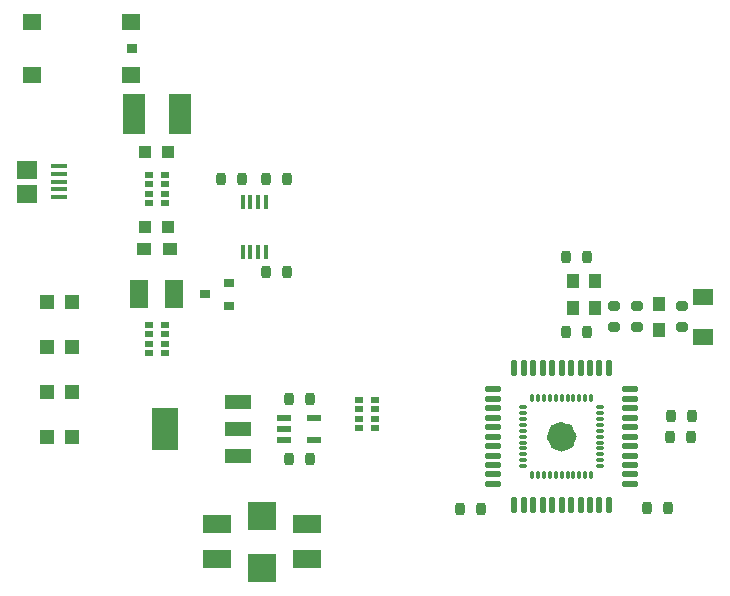
<source format=gbr>
%TF.GenerationSoftware,KiCad,Pcbnew,(6.0.10-0)*%
%TF.CreationDate,2023-01-08T15:47:47+01:00*%
%TF.ProjectId,Leonardo_Rev3d,4c656f6e-6172-4646-9f5f-52657633642e,3d*%
%TF.SameCoordinates,Original*%
%TF.FileFunction,Paste,Top*%
%TF.FilePolarity,Positive*%
%FSLAX46Y46*%
G04 Gerber Fmt 4.6, Leading zero omitted, Abs format (unit mm)*
G04 Created by KiCad (PCBNEW (6.0.10-0)) date 2023-01-08 15:47:47*
%MOMM*%
%LPD*%
G01*
G04 APERTURE LIST*
G04 Aperture macros list*
%AMRoundRect*
0 Rectangle with rounded corners*
0 $1 Rounding radius*
0 $2 $3 $4 $5 $6 $7 $8 $9 X,Y pos of 4 corners*
0 Add a 4 corners polygon primitive as box body*
4,1,4,$2,$3,$4,$5,$6,$7,$8,$9,$2,$3,0*
0 Add four circle primitives for the rounded corners*
1,1,$1+$1,$2,$3*
1,1,$1+$1,$4,$5*
1,1,$1+$1,$6,$7*
1,1,$1+$1,$8,$9*
0 Add four rect primitives between the rounded corners*
20,1,$1+$1,$2,$3,$4,$5,0*
20,1,$1+$1,$4,$5,$6,$7,0*
20,1,$1+$1,$6,$7,$8,$9,0*
20,1,$1+$1,$8,$9,$2,$3,0*%
G04 Aperture macros list end*
%ADD10C,1.270000*%
%ADD11R,2.235200X1.219200*%
%ADD12R,2.200000X3.600000*%
%ADD13RoundRect,0.359360X0.089840X-0.190640X0.089840X0.190640X-0.089840X0.190640X-0.089840X-0.190640X0*%
%ADD14RoundRect,0.359360X-0.089840X0.190640X-0.089840X-0.190640X0.089840X-0.190640X0.089840X0.190640X0*%
%ADD15R,1.200000X0.550000*%
%ADD16R,1.800000X1.400000*%
%ADD17R,1.000000X1.000000*%
%ADD18R,0.889000X0.787400*%
%ADD19R,1.200000X1.200000*%
%ADD20RoundRect,0.180000X0.520000X0.045000X-0.520000X0.045000X-0.520000X-0.045000X0.520000X-0.045000X0*%
%ADD21RoundRect,0.180000X0.045000X0.520000X-0.045000X0.520000X-0.045000X-0.520000X0.045000X-0.520000X0*%
%ADD22RoundRect,0.500000X0.000000X0.000000X0.000000X0.000000X0.000000X0.000000X0.000000X0.000000X0*%
%ADD23R,2.400000X2.400000*%
%ADD24R,1.000000X1.200000*%
%ADD25R,0.650000X0.500000*%
%ADD26R,1.900000X3.400000*%
%ADD27RoundRect,0.359360X-0.089840X-0.190640X0.089840X-0.190640X0.089840X0.190640X-0.089840X0.190640X0*%
%ADD28R,1.346200X0.457200*%
%ADD29R,1.651000X1.498600*%
%ADD30R,2.400000X1.600000*%
%ADD31R,1.600000X2.400000*%
%ADD32R,0.300000X1.200000*%
%ADD33R,1.050000X1.300000*%
%ADD34R,1.200000X1.000000*%
%ADD35RoundRect,0.359360X0.190640X0.089840X-0.190640X0.089840X-0.190640X-0.089840X0.190640X-0.089840X0*%
%ADD36RoundRect,0.359360X-0.190640X-0.089840X0.190640X-0.089840X0.190640X0.089840X-0.190640X0.089840X0*%
%ADD37RoundRect,0.110000X0.265000X0.027500X-0.265000X0.027500X-0.265000X-0.027500X0.265000X-0.027500X0*%
%ADD38RoundRect,0.110000X-0.027500X0.265000X-0.027500X-0.265000X0.027500X-0.265000X0.027500X0.265000X0*%
%ADD39RoundRect,0.110000X-0.265000X-0.027500X0.265000X-0.027500X0.265000X0.027500X-0.265000X0.027500X0*%
%ADD40RoundRect,0.110000X0.027500X-0.265000X0.027500X0.265000X-0.027500X0.265000X-0.027500X-0.265000X0*%
%ADD41RoundRect,0.105000X0.695000X0.595000X-0.695000X0.595000X-0.695000X-0.595000X0.695000X-0.595000X0*%
%ADD42RoundRect,0.359360X0.089840X0.190640X-0.089840X0.190640X-0.089840X-0.190640X0.089840X-0.190640X0*%
G04 APERTURE END LIST*
D10*
%TO.C,U1*%
X161836100Y-115163600D02*
G75*
G03*
X161836100Y-115163600I-635000J0D01*
G01*
%TO.C,RESET0*%
G36*
X125259000Y-82701000D02*
G01*
X124370000Y-82701000D01*
X124370000Y-81939000D01*
X125259000Y-81939000D01*
X125259000Y-82701000D01*
G37*
%TD*%
D11*
%TO.C,IC1*%
X133819900Y-116840000D03*
X133819900Y-114528600D03*
X133819900Y-112217200D03*
D12*
X127622100Y-114528600D03*
%TD*%
D13*
%TO.C,C4*%
X161582100Y-99923600D03*
X163360100Y-99923600D03*
%TD*%
D14*
%TO.C,C9*%
X172249000Y-113450300D03*
X170471000Y-113450300D03*
%TD*%
D15*
%TO.C,U3*%
X137676100Y-113578600D03*
X137676100Y-114528600D03*
X137676100Y-115478600D03*
X140276100Y-115478600D03*
X140276100Y-113578600D03*
%TD*%
D16*
%TO.C,D2*%
X173139100Y-106703600D03*
X173139100Y-103303600D03*
%TD*%
D17*
%TO.C,Z2*%
X125911100Y-91033600D03*
X127911100Y-91033600D03*
%TD*%
D18*
%TO.C,T1*%
X130975100Y-103124000D03*
X133007100Y-102158800D03*
X133007100Y-104089200D03*
%TD*%
D19*
%TO.C,ON0*%
X119706100Y-115163600D03*
X117606100Y-115163600D03*
%TD*%
D20*
%TO.C,U2*%
X167001100Y-119163600D03*
X167001100Y-118363600D03*
X167001100Y-117563600D03*
X167001100Y-116763600D03*
X167001100Y-115963600D03*
X167001100Y-115163600D03*
X167001100Y-114363600D03*
X167001100Y-113563600D03*
X167001100Y-112763600D03*
X167001100Y-111963600D03*
X167001100Y-111163600D03*
D21*
X165201100Y-109363600D03*
X164401100Y-109363600D03*
X163601100Y-109363600D03*
X162801100Y-109363600D03*
X162001100Y-109363600D03*
X161201100Y-109363600D03*
X160401100Y-109363600D03*
X159601100Y-109363600D03*
X158801100Y-109363600D03*
X158001100Y-109363600D03*
X157201100Y-109363600D03*
D20*
X155401100Y-111163600D03*
X155401100Y-111963600D03*
X155401100Y-112763600D03*
X155401100Y-113563600D03*
X155401100Y-114363600D03*
X155401100Y-115163600D03*
X155401100Y-115963600D03*
X155401100Y-116763600D03*
X155401100Y-117563600D03*
X155401100Y-118363600D03*
X155401100Y-119163600D03*
D21*
X157201100Y-120963600D03*
X158001100Y-120963600D03*
X158801100Y-120963600D03*
X159601100Y-120963600D03*
X160401100Y-120963600D03*
X161201100Y-120963600D03*
X162001100Y-120963600D03*
X162801100Y-120963600D03*
X163601100Y-120963600D03*
X164401100Y-120963600D03*
X165201100Y-120963600D03*
D22*
X161201100Y-115163600D03*
%TD*%
D19*
%TO.C,RX0*%
X119706100Y-103733600D03*
X117606100Y-103733600D03*
%TD*%
D23*
%TO.C,D1*%
X135801100Y-126253600D03*
X135801100Y-121853600D03*
%TD*%
D24*
%TO.C,L1*%
X169456100Y-103903600D03*
X169456100Y-106103600D03*
%TD*%
D17*
%TO.C,Z1*%
X125911100Y-97383600D03*
X127911100Y-97383600D03*
%TD*%
D25*
%TO.C,RN3*%
X127586100Y-95408600D03*
X127586100Y-94608600D03*
X127586100Y-93808600D03*
X127586100Y-93008600D03*
X126236100Y-93008600D03*
X126236100Y-93808600D03*
X126236100Y-94608600D03*
X126236100Y-95408600D03*
%TD*%
D14*
%TO.C,C1*%
X154335100Y-121248600D03*
X152557100Y-121248600D03*
%TD*%
D26*
%TO.C,F1*%
X128861100Y-87858600D03*
X124961100Y-87858600D03*
%TD*%
D19*
%TO.C,L0*%
X119706100Y-111353600D03*
X117606100Y-111353600D03*
%TD*%
D27*
%TO.C,R1*%
X161582100Y-106273600D03*
X163360100Y-106273600D03*
%TD*%
D28*
%TO.C,J1*%
X118622600Y-92280000D03*
X118622600Y-92930001D03*
X118622600Y-93580000D03*
X118622600Y-94229999D03*
X118622600Y-94880000D03*
D29*
X115947599Y-92579999D03*
X115947599Y-94580001D03*
%TD*%
D30*
%TO.C,C10*%
X131991100Y-122553600D03*
X131991100Y-125553600D03*
%TD*%
D31*
%TO.C,C8*%
X128411100Y-103098600D03*
X125411100Y-103098600D03*
%TD*%
D13*
%TO.C,C7*%
X170411000Y-115170000D03*
X172189000Y-115170000D03*
%TD*%
D32*
%TO.C,IC2*%
X134190100Y-99496600D03*
X134840100Y-99496600D03*
X135490100Y-99496600D03*
X136140100Y-99496600D03*
X136140100Y-95271600D03*
X135490100Y-95271600D03*
X134840100Y-95271600D03*
X134190100Y-95271600D03*
%TD*%
D25*
%TO.C,RN2*%
X127586100Y-108108600D03*
X127586100Y-107308600D03*
X127586100Y-106508600D03*
X127586100Y-105708600D03*
X126236100Y-105708600D03*
X126236100Y-106508600D03*
X126236100Y-107308600D03*
X126236100Y-108108600D03*
%TD*%
%TO.C,RN1*%
X144016100Y-112058600D03*
X144016100Y-112858600D03*
X144016100Y-113658600D03*
X144016100Y-114458600D03*
X145366100Y-114458600D03*
X145366100Y-113658600D03*
X145366100Y-112858600D03*
X145366100Y-112058600D03*
%TD*%
D13*
%TO.C,C14*%
X138087100Y-117068600D03*
X139865100Y-117068600D03*
%TD*%
D33*
%TO.C,Y1*%
X162181100Y-101948600D03*
X162181100Y-104248600D03*
X164031100Y-104248600D03*
X164031100Y-101948600D03*
%TD*%
D34*
%TO.C,L2*%
X125811100Y-99288600D03*
X128011100Y-99288600D03*
%TD*%
D30*
%TO.C,C12*%
X139611100Y-122553600D03*
X139611100Y-125553600D03*
%TD*%
D35*
%TO.C,C3*%
X165646100Y-105892600D03*
X165646100Y-104114600D03*
%TD*%
D13*
%TO.C,C6*%
X168397100Y-121223600D03*
X170175100Y-121223600D03*
%TD*%
%TO.C,C13*%
X136182100Y-101193600D03*
X137960100Y-101193600D03*
%TD*%
D35*
%TO.C,C2*%
X167551100Y-105892600D03*
X167551100Y-104114600D03*
%TD*%
D36*
%TO.C,C5*%
X171361100Y-104114600D03*
X171361100Y-105892600D03*
%TD*%
D37*
%TO.C,U1*%
X164476100Y-117663600D03*
X164476100Y-117163600D03*
X164476100Y-116663600D03*
X164476100Y-116163600D03*
X164476100Y-115663600D03*
X164476100Y-115163600D03*
X164476100Y-114663600D03*
X164476100Y-114163600D03*
X164476100Y-113663600D03*
X164476100Y-113163600D03*
X164476100Y-112663600D03*
D38*
X163701100Y-111888600D03*
X163201100Y-111888600D03*
X162701100Y-111888600D03*
X162201100Y-111888600D03*
X161701100Y-111888600D03*
X161201100Y-111888600D03*
X160701100Y-111888600D03*
X160201100Y-111888600D03*
X159701100Y-111888600D03*
X159201100Y-111888600D03*
X158701100Y-111888600D03*
D39*
X157926100Y-112663600D03*
X157926100Y-113163600D03*
X157926100Y-113663600D03*
X157926100Y-114163600D03*
X157926100Y-114663600D03*
X157926100Y-115163600D03*
X157926100Y-115663600D03*
X157926100Y-116163600D03*
X157926100Y-116663600D03*
X157926100Y-117163600D03*
X157926100Y-117663600D03*
D40*
X158701100Y-118438600D03*
X159201100Y-118438600D03*
X159701100Y-118438600D03*
X160201100Y-118438600D03*
X160701100Y-118438600D03*
X161201100Y-118438600D03*
X161701100Y-118438600D03*
X162201100Y-118438600D03*
X162701100Y-118438600D03*
X163201100Y-118438600D03*
X163701100Y-118438600D03*
%TD*%
D41*
%TO.C,RESET0*%
X124760000Y-84570000D03*
X124760000Y-80070000D03*
X116360000Y-84570000D03*
X116360000Y-80070000D03*
%TD*%
D19*
%TO.C,TX0*%
X119706100Y-107543600D03*
X117606100Y-107543600D03*
%TD*%
D42*
%TO.C,R4*%
X134150100Y-93319600D03*
X132372100Y-93319600D03*
%TD*%
D14*
%TO.C,C11*%
X139865100Y-111988600D03*
X138087100Y-111988600D03*
%TD*%
%TO.C,C22*%
X137960100Y-93319600D03*
X136182100Y-93319600D03*
%TD*%
M02*

</source>
